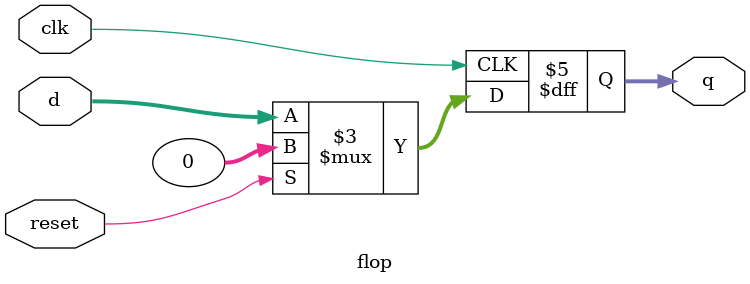
<source format=sv>

module flop #(parameter WIDTH=32) (
    input logic                 clk, reset,
    input logic [WIDTH-1:0]     d,
    output logic [WIDTH-1:0]    q
);


always_ff @(posedge clk)
    if (reset)
        q <= #1 0;
    else
        q <= #1 d;


endmodule
</source>
